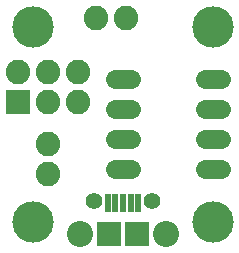
<source format=gts>
G75*
%MOIN*%
%OFA0B0*%
%FSLAX24Y24*%
%IPPOS*%
%LPD*%
%AMOC8*
5,1,8,0,0,1.08239X$1,22.5*
%
%ADD10R,0.0820X0.0820*%
%ADD11C,0.0820*%
%ADD12C,0.0620*%
%ADD13R,0.0237X0.0631*%
%ADD14R,0.0789X0.0789*%
%ADD15C,0.0556*%
%ADD16C,0.0867*%
%ADD17C,0.1380*%
D10*
X000725Y005628D03*
D11*
X000725Y006628D03*
X001725Y006628D03*
X001725Y005628D03*
X002725Y005628D03*
X002725Y006628D03*
X003325Y008428D03*
X004325Y008428D03*
X001725Y004228D03*
X001725Y003228D03*
D12*
X003955Y003378D02*
X004495Y003378D01*
X004495Y004378D02*
X003955Y004378D01*
X003955Y005378D02*
X004495Y005378D01*
X004495Y006378D02*
X003955Y006378D01*
X006955Y006378D02*
X007495Y006378D01*
X007495Y005378D02*
X006955Y005378D01*
X006955Y004378D02*
X007495Y004378D01*
X007495Y003378D02*
X006955Y003378D01*
D13*
X004737Y002271D03*
X004481Y002271D03*
X004225Y002271D03*
X003969Y002271D03*
X003713Y002271D03*
D14*
X003772Y001228D03*
X004678Y001228D03*
D15*
X005180Y002330D03*
X003270Y002330D03*
D16*
X002804Y001228D03*
X005646Y001228D03*
D17*
X001225Y001628D03*
X001225Y008128D03*
X007225Y008128D03*
X007225Y001628D03*
M02*

</source>
